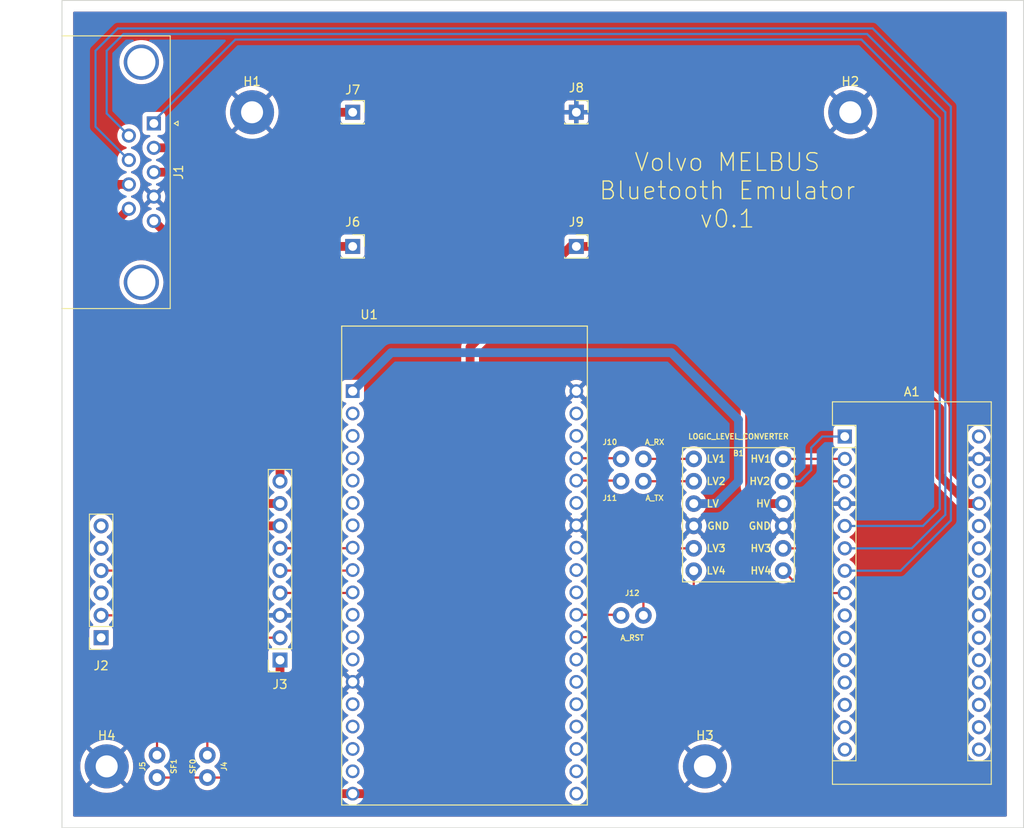
<source format=kicad_pcb>
(kicad_pcb (version 20211014) (generator pcbnew)
  (layers (0 "F.Cu" signal) (31 "B.Cu" signal) (34 "B.Paste" user) (35 "F.Paste" user) (36 "B.SilkS" user "B.Silkscreen") (37 "F.SilkS" user "F.Silkscreen") (38 "B.Mask" user) (39 "F.Mask" user) (44 "Edge.Cuts" user))
  (net 0 "")
  (net 48 "5V")
  (net 50 "Net-(A1-Pad1)")
  (net 53 "MELBUS_BUSY")
  (net 54 "MELBUS_DATA")
  (net 55 "MELBUS_CLK")
  (net 56 "GND")
  (net 57 "Net-(A1-Pad8)")
  (net 58 "Net-(B1-PadLV4)")
  (net 59 "Net-(B1-PadLV3)")
  (net 60 "Net-(B1-PadLV2)")
  (net 61 "3V3")
  (net 62 "Net-(J2-Pad2)")
  (net 63 "Net-(J2-Pad4)")
  (net 64 "Net-(J3-Pad2)")
  (net 65 "Net-(J3-Pad4)")
  (net 66 "Net-(J3-Pad5)")
  (net 67 "Net-(J3-Pad6)")
  (net 68 "AUDIO_L")
  (net 69 "AUDIO_GND")
  (net 70 "AUDIO_R")
  (net 71 "12V")
  (net 72 "Net-(J11-Pad2)")
  (net 73 "Net-(A1-Pad2)")
  (net 74 "Net-(B1-PadLV1)")
  (net 75 "Net-(J10-Pad1)")
  (net 76 "ARDUINO_RESET")
  (net 77 "Net-(J12-Pad1)")
  (net 78 "GND_12V")
  (footprint "MountingHole:MountingHole_2.5mm_Pad" (layer "F.Cu") (at 144.78 132.08)
    (fp_text reference "H3" (at 0 -3.5) (layer "F.SilkS"))
    (fp_text value "mnt_3")
    (pad "1" thru_hole circle (at 0 0) (size 5 5) (drill 2.5) (layers *.Cu *.Mask) (net 56 "GND"))
  )
  (footprint "Connector_PinSocket_2.54mm:PinSocket_1x01_P2.54mm_Vertical" (layer "F.Cu") (at 130.175 73.025)
    (fp_text reference "J9" (at 0 -2.77) (layer "F.SilkS"))
    (fp_text value "5V")
    (fp_line (start -1.33 1.21) (end -1.33 1.33) (layer "F.SilkS") (width 0.12))
    (fp_line (start 0 -1.33) (end 1.33 -1.33) (layer "F.SilkS") (width 0.12))
    (fp_line (start 1.33 -1.33) (end 1.33 0) (layer "F.SilkS") (width 0.12))
    (fp_line (start -1.33 1.33) (end 1.33 1.33) (layer "F.SilkS") (width 0.12))
    (fp_line (start 1.33 1.21) (end 1.33 1.33) (layer "F.SilkS") (width 0.12))
    (pad "1" thru_hole rect locked (at 0 0) (size 1.7 1.7) (drill 1) (layers *.Cu *.Mask) (net 48 "5V"))
  )
  (footprint "Connector_PinSocket_2.54mm:PinSocket_1x01_P2.54mm_Vertical" (layer "F.Cu") (at 104.775 73.025)
    (fp_text reference "J6" (at 0 -2.77) (layer "F.SilkS"))
    (fp_text value "12V")
    (fp_line (start 0 -1.33) (end 1.33 -1.33) (layer "F.SilkS") (width 0.12))
    (fp_line (start 1.33 -1.33) (end 1.33 0) (layer "F.SilkS") (width 0.12))
    (fp_line (start 1.33 1.21) (end 1.33 1.33) (layer "F.SilkS") (width 0.12))
    (fp_line (start -1.33 1.33) (end 1.33 1.33) (layer "F.SilkS") (width 0.12))
    (fp_line (start -1.33 1.21) (end -1.33 1.33) (layer "F.SilkS") (width 0.12))
    (pad "1" thru_hole rect locked (at 0 0) (size 1.7 1.7) (drill 1) (layers *.Cu *.Mask) (net 71 "12V"))
  )
  (footprint "MountingHole:MountingHole_2.5mm_Pad" (layer "F.Cu") (at 93.345 57.785)
    (fp_text reference "H1" (at 0 -3.5) (layer "F.SilkS"))
    (fp_text value "mnt_1")
    (pad "1" thru_hole circle (at 0 0) (size 5 5) (drill 2.5) (layers *.Cu *.Mask) (net 56 "GND"))
  )
  (footprint "Connector_PinSocket_2.54mm:PinSocket_1x01_P2.54mm_Vertical" (layer "F.Cu") (at 104.775 57.785)
    (fp_text reference "J7" (at 0 -2.54) (layer "F.SilkS"))
    (fp_text value "GND")
    (fp_line (start 0 -1.33) (end 1.33 -1.33) (layer "F.SilkS") (width 0.12))
    (fp_line (start 1.33 1.21) (end 1.33 1.33) (layer "F.SilkS") (width 0.12))
    (fp_line (start -1.33 1.33) (end 1.33 1.33) (layer "F.SilkS") (width 0.12))
    (fp_line (start 1.33 -1.33) (end 1.33 0) (layer "F.SilkS") (width 0.12))
    (fp_line (start -1.33 1.21) (end -1.33 1.33) (layer "F.SilkS") (width 0.12))
    (pad "1" thru_hole rect locked (at 0 0) (size 1.7 1.7) (drill 1) (layers *.Cu *.Mask) (net 78 "GND_12V"))
  )
  (footprint "Connectors:1X02_NO_SILK" (layer "F.Cu") (at 135.255 97.155)
    (fp_text reference "J10" (at -1.27 -1.905) (layer "F.SilkS") (effects (font (size 0.6096 0.6096) (thickness 0.127))))
    (fp_text value "A_RX" (at 3.81 -1.905) (layer "F.SilkS") (effects (font (size 0.6096 0.6096) (thickness 0.127))))
    (pad "1" thru_hole circle locked (at 0 0) (size 1.8796 1.8796) (drill 1.016) (layers *.Cu *.Mask) (net 75 "Net-(J10-Pad1)"))
    (pad "2" thru_hole circle locked (at 2.54 0) (size 1.8796 1.8796) (drill 1.016) (layers *.Cu *.Mask) (net 74 "Net-(B1-PadLV1)"))
  )
  (footprint "MountingHole:MountingHole_2.5mm_Pad" (layer "F.Cu") (at 161.29 57.785)
    (fp_text reference "H2" (at 0 -3.5) (layer "F.SilkS"))
    (fp_text value "mnt_2")
    (pad "1" thru_hole circle (at 0 0) (size 5 5) (drill 2.5) (layers *.Cu *.Mask) (net 56 "GND"))
  )
  (footprint "Module:Arduino_Nano" (layer "F.Cu") (at 160.665 94.615)
    (fp_text reference "A1" (at 7.62 -5.08) (layer "F.SilkS"))
    (fp_text value "Arduino_Nano")
    (fp_line (start 16.64 -3.94) (end -1.4 -3.94) (layer "F.SilkS") (width 0.12))
    (fp_line (start 1.27 1.27) (end 1.27 -1.27) (layer "F.SilkS") (width 0.12))
    (fp_line (start 16.64 39.5) (end 16.64 -3.94) (layer "F.SilkS") (width 0.12))
    (fp_line (start 1.27 1.27) (end 1.27 36.83) (layer "F.SilkS") (width 0.12))
    (fp_line (start 1.27 36.83) (end -1.4 36.83) (layer "F.SilkS") (width 0.12))
    (fp_line (start 13.97 -1.27) (end 13.97 36.83) (layer "F.SilkS") (width 0.12))
    (fp_line (start -1.4 39.5) (end 16.64 39.5) (layer "F.SilkS") (width 0.12))
    (fp_line (start 1.27 1.27) (end -1.4 1.27) (layer "F.SilkS") (width 0.12))
    (fp_line (start -1.4 -3.94) (end -1.4 -1.27) (layer "F.SilkS") (width 0.12))
    (fp_line (start 13.97 36.83) (end 16.64 36.83) (layer "F.SilkS") (width 0.12))
    (fp_line (start 13.97 -1.27) (end 16.64 -1.27) (layer "F.SilkS") (width 0.12))
    (fp_line (start -1.4 1.27) (end -1.4 39.5) (layer "F.SilkS") (width 0.12))
    (fp_line (start 1.27 -1.27) (end -1.4 -1.27) (layer "F.SilkS") (width 0.12))
    (pad "1" thru_hole rect locked (at 0 0) (size 1.6 1.6) (drill 1) (layers *.Cu *.Mask) (net 50 "Net-(A1-Pad1)"))
    (pad "2" thru_hole oval locked (at 0 2.54) (size 1.6 1.6) (drill 1) (layers *.Cu *.Mask) (net 73 "Net-(A1-Pad2)"))
    (pad "3" thru_hole oval locked (at 0 5.08) (size 1.6 1.6) (drill 1) (layers *.Cu *.Mask) (net 76 "ARDUINO_RESET"))
    (pad "4" thru_hole oval locked (at 0 7.62) (size 1.6 1.6) (drill 1) (layers *.Cu *.Mask) (net 56 "GND"))
    (pad "5" thru_hole oval locked (at 0 10.16) (size 1.6 1.6) (drill 1) (layers *.Cu *.Mask) (net 55 "MELBUS_CLK"))
    (pad "6" thru_hole oval locked (at 0 12.7) (size 1.6 1.6) (drill 1) (layers *.Cu *.Mask) (net 54 "MELBUS_DATA"))
    (pad "7" thru_hole oval locked (at 0 15.24) (size 1.6 1.6) (drill 1) (layers *.Cu *.Mask) (net 53 "MELBUS_BUSY"))
    (pad "8" thru_hole oval locked (at 0 17.78) (size 1.6 1.6) (drill 1) (layers *.Cu *.Mask) (net 57 "Net-(A1-Pad8)"))
    (pad "9" thru_hole oval locked (at 0 20.32) (size 1.6 1.6) (drill 1) (layers *.Cu *.Mask))
    (pad "10" thru_hole oval locked (at 0 22.86) (size 1.6 1.6) (drill 1) (layers *.Cu *.Mask))
    (pad "11" thru_hole oval locked (at 0 25.4) (size 1.6 1.6) (drill 1) (layers *.Cu *.Mask))
    (pad "12" thru_hole oval locked (at 0 27.94) (size 1.6 1.6) (drill 1) (layers *.Cu *.Mask))
    (pad "13" thru_hole oval locked (at 0 30.48) (size 1.6 1.6) (drill 1) (layers *.Cu *.Mask))
    (pad "14" thru_hole oval locked (at 0 33.02) (size 1.6 1.6) (drill 1) (layers *.Cu *.Mask))
    (pad "15" thru_hole oval locked (at 0 35.56) (size 1.6 1.6) (drill 1) (layers *.Cu *.Mask))
    (pad "16" thru_hole oval locked (at 15.24 35.56) (size 1.6 1.6) (drill 1) (layers *.Cu *.Mask))
    (pad "17" thru_hole oval locked (at 15.24 33.02) (size 1.6 1.6) (drill 1) (layers *.Cu *.Mask))
    (pad "18" thru_hole oval locked (at 15.24 30.48) (size 1.6 1.6) (drill 1) (layers *.Cu *.Mask))
    (pad "19" thru_hole oval locked (at 15.24 27.94) (size 1.6 1.6) (drill 1) (layers *.Cu *.Mask))
    (pad "20" thru_hole oval locked (at 15.24 25.4) (size 1.6 1.6) (drill 1) (layers *.Cu *.Mask))
    (pad "21" thru_hole oval locked (at 15.24 22.86) (size 1.6 1.6) (drill 1) (layers *.Cu *.Mask))
    (pad "22" thru_hole oval locked (at 15.24 20.32) (size 1.6 1.6) (drill 1) (layers *.Cu *.Mask))
    (pad "23" thru_hole oval locked (at 15.24 17.78) (size 1.6 1.6) (drill 1) (layers *.Cu *.Mask))
    (pad "24" thru_hole oval locked (at 15.24 15.24) (size 1.6 1.6) (drill 1) (layers *.Cu *.Mask))
    (pad "25" thru_hole oval locked (at 15.24 12.7) (size 1.6 1.6) (drill 1) (layers *.Cu *.Mask))
    (pad "26" thru_hole oval locked (at 15.24 10.16) (size 1.6 1.6) (drill 1) (layers *.Cu *.Mask))
    (pad "27" thru_hole oval locked (at 15.24 7.62) (size 1.6 1.6) (drill 1) (layers *.Cu *.Mask) (net 48 "5V"))
    (pad "28" thru_hole oval locked (at 15.24 5.08) (size 1.6 1.6) (drill 1) (layers *.Cu *.Mask))
    (pad "29" thru_hole oval locked (at 15.24 2.54) (size 1.6 1.6) (drill 1) (layers *.Cu *.Mask) (net 56 "GND"))
    (pad "30" thru_hole oval locked (at 15.24 0) (size 1.6 1.6) (drill 1) (layers *.Cu *.Mask))
  )
  (footprint "Connectors:1X02_NO_SILK" (layer "F.Cu") (at 88.265 130.81 -90)
    (fp_text reference "J4" (at 1.27 -1.905 -270) (layer "F.SilkS") (effects (font (size 0.6096 0.6096) (thickness 0.127))))
    (fp_text value "SF0" (at 1.27 1.651 -270) (layer "F.SilkS") (effects (font (size 0.6096 0.6096) (thickness 0.127))))
    (pad "1" thru_hole circle locked (at 0 0 270) (size 1.8796 1.8796) (drill 1.016) (layers *.Cu *.Mask) (net 63 "Net-(J2-Pad4)"))
    (pad "2" thru_hole circle locked (at 2.54 0 270) (size 1.8796 1.8796) (drill 1.016) (layers *.Cu *.Mask) (net 64 "Net-(J3-Pad2)"))
  )
  (footprint "Connector_PinSocket_2.54mm:PinSocket_1x09_P2.54mm_Vertical" (layer "F.Cu") (at 96.52 120.005 180)
    (fp_text reference "J3" (at 0 -2.77) (layer "F.SilkS"))
    (fp_text value "DAC_A")
    (fp_line (start 1.33 1.27) (end 1.33 21.65) (layer "F.SilkS") (width 0.12))
    (fp_line (start -1.33 21.65) (end 1.33 21.65) (layer "F.SilkS") (width 0.12))
    (fp_line (start 0 -1.33) (end 1.33 -1.33) (layer "F.SilkS") (width 0.12))
    (fp_line (start -1.33 1.27) (end -1.33 21.65) (layer "F.SilkS") (width 0.12))
    (fp_line (start -1.33 1.27) (end 1.33 1.27) (layer "F.SilkS") (width 0.12))
    (fp_line (start 1.33 -1.33) (end 1.33 0) (layer "F.SilkS") (width 0.12))
    (pad "1" thru_hole rect locked (at 0 0 180) (size 1.7 1.7) (drill 1) (layers *.Cu *.Mask) (net 48 "5V"))
    (pad "2" thru_hole oval locked (at 0 2.54 180) (size 1.7 1.7) (drill 1) (layers *.Cu *.Mask) (net 64 "Net-(J3-Pad2)"))
    (pad "3" thru_hole oval locked (at 0 5.08 180) (size 1.7 1.7) (drill 1) (layers *.Cu *.Mask) (net 56 "GND"))
    (pad "4" thru_hole oval locked (at 0 7.62 180) (size 1.7 1.7) (drill 1) (layers *.Cu *.Mask) (net 65 "Net-(J3-Pad4)"))
    (pad "5" thru_hole oval locked (at 0 10.16 180) (size 1.7 1.7) (drill 1) (layers *.Cu *.Mask) (net 66 "Net-(J3-Pad5)"))
    (pad "6" thru_hole oval locked (at 0 12.7 180) (size 1.7 1.7) (drill 1) (layers *.Cu *.Mask) (net 67 "Net-(J3-Pad6)"))
    (pad "7" thru_hole oval locked (at 0 15.24 180) (size 1.7 1.7) (drill 1) (layers *.Cu *.Mask) (net 68 "AUDIO_L"))
    (pad "8" thru_hole oval locked (at 0 17.78 180) (size 1.7 1.7) (drill 1) (layers *.Cu *.Mask) (net 69 "AUDIO_GND"))
    (pad "9" thru_hole oval locked (at 0 20.32 180) (size 1.7 1.7) (drill 1) (layers *.Cu *.Mask) (net 70 "AUDIO_R"))
  )
  (footprint "MountingHole:MountingHole_2.5mm_Pad" (layer "F.Cu") (at 76.835 132.08)
    (fp_text reference "H4" (at 0 -3.5) (layer "F.SilkS"))
    (fp_text value "mnt_4")
    (pad "1" thru_hole circle (at 0 0) (size 5 5) (drill 2.5) (layers *.Cu *.Mask) (net 56 "GND"))
  )
  (footprint "Boards:SPARKFUN_LOGIC_LEVEL_CONVERTER" (layer "F.Cu") (at 148.59 103.505)
    (fp_text reference "B1" (at 0 -6.985) (layer "F.SilkS") (effects (font (size 0.6096 0.6096) (thickness 0.127))))
    (fp_text value "LOGIC_LEVEL_CONVERTER" (at 0 -8.89) (layer "F.SilkS") (effects (font (size 0.6096 0.6096) (thickness 0.127))))
    (fp_text user "HV4" (at 2.54 6.35) (layer "F.SilkS") (effects (font (size 0.8128 0.8128) (thickness 0.1524))))
    (fp_text user "HV" (at 2.794 -1.27) (layer "F.SilkS") (effects (font (size 0.8128 0.8128) (thickness 0.1524))))
    (fp_text user "GND" (at -2.286 1.27) (layer "F.SilkS") (effects (font (size 0.8128 0.8128) (thickness 0.1524))))
    (fp_text user "LV4" (at -2.54 6.35) (layer "F.SilkS") (effects (font (size 0.8128 0.8128) (thickness 0.1524))))
    (fp_text user "LV1" (at -2.54 -6.35) (layer "F.SilkS") (effects (font (size 0.8128 0.8128) (thickness 0.1524))))
    (fp_text user "GND" (at 2.413 1.27) (layer "F.SilkS") (effects (font (size 0.8128 0.8128) (thickness 0.1524))))
    (fp_text user "HV1" (at 2.54 -6.35) (layer "F.SilkS") (effects (font (size 0.8128 0.8128) (thickness 0.1524))))
    (fp_text user "LV" (at -2.921 -1.27) (layer "F.SilkS") (effects (font (size 0.8128 0.8128) (thickness 0.1524))))
    (fp_text user "LV2" (at -2.54 -3.81) (layer "F.SilkS") (effects (font (size 0.8128 0.8128) (thickness 0.1524))))
    (fp_text user "HV2" (at 2.413 -3.81) (layer "F.SilkS") (effects (font (size 0.8128 0.8128) (thickness 0.1524))))
    (fp_text user "LV3" (at -2.54 3.81) (layer "F.SilkS") (effects (font (size 0.8128 0.8128) (thickness 0.1524))))
    (fp_text user "HV3" (at 2.54 3.81) (layer "F.SilkS") (effects (font (size 0.8128 0.8128) (thickness 0.1524))))
    (fp_line (start 6.35 7.62) (end -6.35 7.62) (layer "F.SilkS") (width 0.127))
    (fp_line (start 6.35 -7.62) (end 6.35 7.62) (layer "F.SilkS") (width 0.127))
    (fp_line (start -6.35 -7.62) (end 6.35 -7.62) (layer "F.SilkS") (width 0.127))
    (fp_line (start -6.35 7.62) (end -6.35 -7.62) (layer "F.SilkS") (width 0.127))
    (pad "GND1" thru_hole circle locked (at -5.08 1.27) (size 1.8796 1.8796) (drill 1.016) (layers *.Cu *.Mask) (net 56 "GND"))
    (pad "GND2" thru_hole circle locked (at 5.08 1.27) (size 1.8796 1.8796) (drill 1.016) (layers *.Cu *.Mask) (net 56 "GND"))
    (pad "HV" thru_hole circle locked (at 5.08 -1.27) (size 1.8796 1.8796) (drill 1.016) (layers *.Cu *.Mask) (net 48 "5V"))
    (pad "HV1" thru_hole circle locked (at 5.08 -6.35) (size 1.8796 1.8796) (drill 1.016) (layers *.Cu *.Mask) (net 73 "Net-(A1-Pad2)"))
    (pad "HV2" thru_hole circle locked (at 5.08 -3.81) (size 1.8796 1.8796) (drill 1.016) (layers *.Cu *.Mask) (net 50 "Net-(A1-Pad1)"))
    (pad "HV3" thru_hole circle locked (at 5.08 3.81) (size 1.8796 1.8796) (drill 1.016) (layers *.Cu *.Mask) (net 76 "ARDUINO_RESET"))
    (pad "HV4" thru_hole circle locked (at 5.08 6.35) (size 1.8796 1.8796) (drill 1.016) (layers *.Cu *.Mask) (net 57 "Net-(A1-Pad8)"))
    (pad "LV" thru_hole circle locked (at -5.08 -1.27) (size 1.8796 1.8796) (drill 1.016) (layers *.Cu *.Mask) (net 61 "3V3"))
    (pad "LV1" thru_hole circle locked (at -5.08 -6.35) (size 1.8796 1.8796) (drill 1.016) (layers *.Cu *.Mask) (net 74 "Net-(B1-PadLV1)"))
    (pad "LV2" thru_hole circle locked (at -5.08 -3.81) (size 1.8796 1.8796) (drill 1.016) (layers *.Cu *.Mask) (net 60 "Net-(B1-PadLV2)"))
    (pad "LV3" thru_hole circle locked (at -5.08 3.81) (size 1.8796 1.8796) (drill 1.016) (layers *.Cu *.Mask) (net 59 "Net-(B1-PadLV3)"))
    (pad "LV4" thru_hole circle locked (at -5.08 6.35) (size 1.8796 1.8796) (drill 1.016) (layers *.Cu *.Mask) (net 58 "Net-(B1-PadLV4)"))
  )
  (footprint "Connector_Dsub:DSUB-9_Male_Horizontal_P2.77x2.84mm_EdgePinOffset7.70mm_Housed_MountingHolesOffset9.12mm" (layer "F.Cu") (at 82.190331 59.055 -90)
    (fp_text reference "J1" (at 5.54 -2.8 -90) (layer "F.SilkS"))
    (fp_text value "DB9_Male")
    (fp_line (start -9.945 -1.86) (end 21.025 -1.86) (layer "F.SilkS") (width 0.12))
    (fp_line (start -9.945 10.48) (end -9.945 -1.86) (layer "F.SilkS") (width 0.12))
    (fp_line (start 0.25 -2.754338) (end 0 -2.321325) (layer "F.SilkS") (width 0.12))
    (fp_line (start 0 -2.321325) (end -0.25 -2.754338) (layer "F.SilkS") (width 0.12))
    (fp_line (start -0.25 -2.754338) (end 0.25 -2.754338) (layer "F.SilkS") (width 0.12))
    (fp_line (start 21.025 -1.86) (end 21.025 10.48) (layer "F.SilkS") (width 0.12))
    (pad "0" thru_hole circle locked (at -6.96 1.42 270) (size 4 4) (drill 3.2) (layers *.Cu *.Mask))
    (pad "0" thru_hole circle locked (at 18.04 1.42 270) (size 4 4) (drill 3.2) (layers *.Cu *.Mask))
    (pad "1" thru_hole rect locked (at 0 0 270) (size 1.6 1.6) (drill 1) (layers *.Cu *.Mask) (net 55 "MELBUS_CLK"))
    (pad "2" thru_hole circle locked (at 2.77 0 270) (size 1.6 1.6) (drill 1) (layers *.Cu *.Mask) (net 78 "GND_12V"))
    (pad "3" thru_hole circle locked (at 5.54 0 270) (size 1.6 1.6) (drill 1) (layers *.Cu *.Mask) (net 71 "12V"))
    (pad "4" thru_hole circle locked (at 8.31 0 270) (size 1.6 1.6) (drill 1) (layers *.Cu *.Mask) (net 56 "GND"))
    (pad "5" thru_hole circle locked (at 11.08 0 270) (size 1.6 1.6) (drill 1) (layers *.Cu *.Mask) (net 70 "AUDIO_R"))
    (pad "6" thru_hole circle locked (at 1.385 2.84 270) (size 1.6 1.6) (drill 1) (layers *.Cu *.Mask) (net 54 "MELBUS_DATA"))
    (pad "7" thru_hole circle locked (at 4.155 2.84 270) (size 1.6 1.6) (drill 1) (layers *.Cu *.Mask) (net 53 "MELBUS_BUSY"))
    (pad "8" thru_hole circle locked (at 6.925 2.84 270) (size 1.6 1.6) (drill 1) (layers *.Cu *.Mask) (net 68 "AUDIO_L"))
    (pad "9" thru_hole circle locked (at 9.695 2.84 270) (size 1.6 1.6) (drill 1) (layers *.Cu *.Mask) (net 69 "AUDIO_GND"))
  )
  (footprint "esp32:MODULE_ESP32-DEVKITC-32D" (layer "F.Cu") (at 117.475 109.22)
    (fp_text reference "U1" (at -10.829175 -28.446045) (layer "F.SilkS") (effects (font (size 1.000386 1.000386))))
    (fp_text value "ESP32-DEVKITC-32D")
    (fp_line (start 13.95 -27.15) (end 13.95 27.25) (layer "F.SilkS") (width 0.127))
    (fp_line (start 13.95 27.25) (end -13.95 27.25) (layer "F.SilkS") (width 0.127))
    (fp_line (start -13.95 -27.15) (end 13.95 -27.15) (layer "F.SilkS") (width 0.127))
    (fp_line (start -13.95 27.25) (end -13.95 -27.15) (layer "F.SilkS") (width 0.127))
    (pad "1" thru_hole rect locked (at -12.7 -19.76) (size 1.56 1.56) (drill 1.04) (layers *.Cu *.Mask) (net 61 "3V3"))
    (pad "2" thru_hole circle locked (at -12.7 -17.22) (size 1.56 1.56) (drill 1.04) (layers *.Cu *.Mask))
    (pad "3" thru_hole circle locked (at -12.7 -14.68) (size 1.56 1.56) (drill 1.04) (layers *.Cu *.Mask))
    (pad "4" thru_hole circle locked (at -12.7 -12.14) (size 1.56 1.56) (drill 1.04) (layers *.Cu *.Mask))
    (pad "5" thru_hole circle locked (at -12.7 -9.6) (size 1.56 1.56) (drill 1.04) (layers *.Cu *.Mask))
    (pad "6" thru_hole circle locked (at -12.7 -7.06) (size 1.56 1.56) (drill 1.04) (layers *.Cu *.Mask))
    (pad "7" thru_hole circle locked (at -12.7 -4.52) (size 1.56 1.56) (drill 1.04) (layers *.Cu *.Mask))
    (pad "8" thru_hole circle locked (at -12.7 -1.98) (size 1.56 1.56) (drill 1.04) (layers *.Cu *.Mask) (net 67 "Net-(J3-Pad6)"))
    (pad "9" thru_hole circle locked (at -12.7 0.56) (size 1.56 1.56) (drill 1.04) (layers *.Cu *.Mask) (net 66 "Net-(J3-Pad5)"))
    (pad "10" thru_hole circle locked (at -12.7 3.1) (size 1.56 1.56) (drill 1.04) (layers *.Cu *.Mask) (net 65 "Net-(J3-Pad4)"))
    (pad "11" thru_hole circle locked (at -12.7 5.64) (size 1.56 1.56) (drill 1.04) (layers *.Cu *.Mask))
    (pad "12" thru_hole circle locked (at -12.7 8.18) (size 1.56 1.56) (drill 1.04) (layers *.Cu *.Mask))
    (pad "13" thru_hole circle locked (at -12.7 10.72) (size 1.56 1.56) (drill 1.04) (layers *.Cu *.Mask))
    (pad "14" thru_hole circle locked (at -12.7 13.26) (size 1.56 1.56) (drill 1.04) (layers *.Cu *.Mask) (net 56 "GND"))
    (pad "15" thru_hole circle locked (at -12.7 15.8) (size 1.56 1.56) (drill 1.04) (layers *.Cu *.Mask))
    (pad "16" thru_hole circle locked (at -12.7 18.34) (size 1.56 1.56) (drill 1.04) (layers *.Cu *.Mask))
    (pad "17" thru_hole circle locked (at -12.7 20.88) (size 1.56 1.56) (drill 1.04) (layers *.Cu *.Mask))
    (pad "18" thru_hole circle locked (at -12.7 23.42) (size 1.56 1.56) (drill 1.04) (layers *.Cu *.Mask))
    (pad "19" thru_hole circle locked (at -12.7 25.96) (size 1.56 1.56) (drill 1.04) (layers *.Cu *.Mask) (net 48 "5V"))
    (pad "20" thru_hole circle locked (at 12.7 -19.76) (size 1.56 1.56) (drill 1.04) (layers *.Cu *.Mask) (net 56 "GND"))
    (pad "21" thru_hole circle locked (at 12.7 -17.22) (size 1.56 1.56) (drill 1.04) (layers *.Cu *.Mask))
    (pad "22" thru_hole circle locked (at 12.7 -14.68) (size 1.56 1.56) (drill 1.04) (layers *.Cu *.Mask))
    (pad "23" thru_hole circle locked (at 12.7 -12.14) (size 1.56 1.56) (drill 1.04) (layers *.Cu *.Mask) (net 75 "Net-(J10-Pad1)"))
    (pad "24" thru_hole circle locked (at 12.7 -9.6) (size 1.56 1.56) (drill 1.04) (layers *.Cu *.Mask) (net 72 "Net-(J11-Pad2)"))
    (pad "25" thru_hole circle locked (at 12.7 -7.06) (size 1.56 1.56) (drill 1.04) (layers *.Cu *.Mask))
    (pad "26" thru_hole circle locked (at 12.7 -4.52) (size 1.56 1.56) (drill 1.04) (layers *.Cu *.Mask) (net 56 "GND"))
    (pad "27" thru_hole circle locked (at 12.7 -1.98) (size 1.56 1.56) (drill 1.04) (layers *.Cu *.Mask))
    (pad "28" thru_hole circle locked (at 12.7 0.56) (size 1.56 1.56) (drill 1.04) (layers *.Cu *.Mask))
    (pad "29" thru_hole circle locked (at 12.7 3.1) (size 1.56 1.56) (drill 1.04) (layers *.Cu *.Mask))
    (pad "30" thru_hole circle locked (at 12.7 5.64) (size 1.56 1.56) (drill 1.04) (layers *.Cu *.Mask) (net 77 "Net-(J12-Pad1)"))
    (pad "31" thru_hole circle locked (at 12.7 8.18) (size 1.56 1.56) (drill 1.04) (layers *.Cu *.Mask) (net 58 "Net-(B1-PadLV4)"))
    (pad "32" thru_hole circle locked (at 12.7 10.72) (size 1.56 1.56) (drill 1.04) (layers *.Cu *.Mask))
    (pad "33" thru_hole circle locked (at 12.7 13.26) (size 1.56 1.56) (drill 1.04) (layers *.Cu *.Mask))
    (pad "34" thru_hole circle locked (at 12.7 15.8) (size 1.56 1.56) (drill 1.04) (layers *.Cu *.Mask))
    (pad "35" thru_hole circle locked (at 12.7 18.34) (size 1.56 1.56) (drill 1.04) (layers *.Cu *.Mask))
    (pad "36" thru_hole circle locked (at 12.7 20.88) (size 1.56 1.56) (drill 1.04) (layers *.Cu *.Mask))
    (pad "37" thru_hole circle locked (at 12.7 23.42) (size 1.56 1.56) (drill 1.04) (layers *.Cu *.Mask))
    (pad "38" thru_hole circle locked (at 12.7 25.96) (size 1.56 1.56) (drill 1.04) (layers *.Cu *.Mask))
  )
  (footprint "Connectors:1X02_NO_SILK" (layer "F.Cu") (at 82.55 133.35 90)
    (fp_text reference "J5" (at 1.27 -1.651 90) (layer "F.SilkS") (effects (font (size 0.6096 0.6096) (thickness 0.127))))
    (fp_text value "SF1" (at 1.27 1.905 90) (layer "F.SilkS") (effects (font (size 0.6096 0.6096) (thickness 0.127))))
    (pad "1" thru_hole circle locked (at 0 0 90) (size 1.8796 1.8796) (drill 1.016) (layers *.Cu *.Mask) (net 64 "Net-(J3-Pad2)"))
    (pad "2" thru_hole circle locked (at 2.54 0 90) (size 1.8796 1.8796) (drill 1.016) (layers *.Cu *.Mask) (net 62 "Net-(J2-Pad2)"))
  )
  (footprint "Connectors:1X02_NO_SILK" (layer "F.Cu") (at 137.795 99.695 180)
    (fp_text reference "J11" (at 3.81 -1.905) (layer "F.SilkS") (effects (font (size 0.6096 0.6096) (thickness 0.127))))
    (fp_text value "A_TX" (at -1.27 -1.905) (layer "F.SilkS") (effects (font (size 0.6096 0.6096) (thickness 0.127))))
    (pad "1" thru_hole circle locked (at 0 0 180) (size 1.8796 1.8796) (drill 1.016) (layers *.Cu *.Mask) (net 60 "Net-(B1-PadLV2)"))
    (pad "2" thru_hole circle locked (at 2.54 0 180) (size 1.8796 1.8796) (drill 1.016) (layers *.Cu *.Mask) (net 72 "Net-(J11-Pad2)"))
  )
  (footprint "Connector_PinSocket_2.54mm:PinSocket_1x01_P2.54mm_Vertical" (layer "F.Cu") (at 130.175 57.785)
    (fp_text reference "J8" (at 0 -2.77) (layer "F.SilkS"))
    (fp_text value "GND")
    (fp_line (start -1.33 1.21) (end -1.33 1.33) (layer "F.SilkS") (width 0.12))
    (fp_line (start -1.33 1.33) (end 1.33 1.33) (layer "F.SilkS") (width 0.12))
    (fp_line (start 1.33 1.21) (end 1.33 1.33) (layer "F.SilkS") (width 0.12))
    (fp_line (start 1.33 -1.33) (end 1.33 0) (layer "F.SilkS") (width 0.12))
    (fp_line (start 0 -1.33) (end 1.33 -1.33) (layer "F.SilkS") (width 0.12))
    (pad "1" thru_hole rect locked (at 0 0) (size 1.7 1.7) (drill 1) (layers *.Cu *.Mask) (net 56 "GND"))
  )
  (footprint "Connectors:1X02_NO_SILK" (layer "F.Cu") (at 135.255 114.935)
    (fp_text reference "J12" (at 1.27 -2.54) (layer "F.SilkS") (effects (font (size 0.6096 0.6096) (thickness 0.127))))
    (fp_text value "A_RST" (at 1.27 2.54) (layer "F.SilkS") (effects (font (size 0.6096 0.6096) (thickness 0.127))))
    (pad "1" thru_hole circle locked (at 0 0) (size 1.8796 1.8796) (drill 1.016) (layers *.Cu *.Mask) (net 77 "Net-(J12-Pad1)"))
    (pad "2" thru_hole circle locked (at 2.54 0) (size 1.8796 1.8796) (drill 1.016) (layers *.Cu *.Mask) (net 59 "Net-(B1-PadLV3)"))
  )
  (footprint "Connector_PinSocket_2.54mm:PinSocket_1x06_P2.54mm_Vertical" (layer "F.Cu") (at 76.2 117.465 180)
    (fp_text reference "J2" (at 0 -3.185) (layer "F.SilkS"))
    (fp_text value "DAC_B")
    (fp_line (start 0 -1.33) (end 1.33 -1.33) (layer "F.SilkS") (width 0.12))
    (fp_line (start -1.33 1.27) (end -1.33 14.03) (layer "F.SilkS") (width 0.12))
    (fp_line (start -1.33 14.03) (end 1.33 14.03) (layer "F.SilkS") (width 0.12))
    (fp_line (start 1.33 1.27) (end 1.33 14.03) (layer "F.SilkS") (width 0.12))
    (fp_line (start 1.33 -1.33) (end 1.33 0) (layer "F.SilkS") (width 0.12))
    (fp_line (start -1.33 1.27) (end 1.33 1.27) (layer "F.SilkS") (width 0.12))
    (pad "1" thru_hole rect locked (at 0 0 180) (size 1.7 1.7) (drill 1) (layers *.Cu *.Mask))
    (pad "2" thru_hole oval locked (at 0 2.54 180) (size 1.7 1.7) (drill 1) (layers *.Cu *.Mask) (net 62 "Net-(J2-Pad2)"))
    (pad "3" thru_hole oval locked (at 0 5.08 180) (size 1.7 1.7) (drill 1) (layers *.Cu *.Mask))
    (pad "4" thru_hole oval locked (at 0 7.62 180) (size 1.7 1.7) (drill 1) (layers *.Cu *.Mask) (net 63 "Net-(J2-Pad4)"))
    (pad "5" thru_hole oval locked (at 0 10.16 180) (size 1.7 1.7) (drill 1) (layers *.Cu *.Mask))
    (pad "6" thru_hole oval locked (at 0 12.7 180) (size 1.7 1.7) (drill 1) (layers *.Cu *.Mask))
  )
  (gr_rect locked (start 71.755 45.085) (end 180.975 139.065) (layer "Edge.Cuts") (width 0.1) (fill none))
  (gr_text "Volvo MELBUS\nBluetooth Emulator\nv0.1" (at 147.32 66.675) (layer "F.SilkS") (effects (font (size 2 2))))
  (segment locked (start 130.175 73.025) (end 149.86 73.025) (width 1) (layer "F.Cu") (net 48))
  (segment locked (start 118.11 125.73) (end 118.11 84.455) (width 1) (layer "F.Cu") (net 48))
  (segment locked (start 171.45 91.44) (end 171.45 99.06) (width 1) (layer "F.Cu") (net 48))
  (segment locked (start 118.11 84.455) (end 129.54 73.025) (width 1) (layer "F.Cu") (net 48))
  (segment locked (start 108.66 135.18) (end 118.11 125.73) (width 1) (layer "F.Cu") (net 48))
  (segment locked (start 96.52 132.715) (end 96.52 120.005) (width 1) (layer "F.Cu") (net 48))
  (segment locked (start 104.775 135.18) (end 98.985 135.18) (width 1) (layer "F.Cu") (net 48))
  (segment locked (start 104.775 135.18) (end 108.66 135.18) (width 1) (layer "F.Cu") (net 48))
  (segment locked (start 153.035 73.025) (end 171.45 91.44) (width 1) (layer "F.Cu") (net 48))
  (segment locked (start 151.765 102.235) (end 149.86 100.33) (width 1) (layer "F.Cu") (net 48))
  (segment locked (start 174.625 102.235) (end 175.905 102.235) (width 1) (layer "F.Cu") (net 48))
  (segment locked (start 171.45 99.06) (end 174.625 102.235) (width 1) (layer "F.Cu") (net 48))
  (segment locked (start 153.67 102.235) (end 151.765 102.235) (width 1) (layer "F.Cu") (net 48))
  (segment locked (start 98.985 135.18) (end 96.52 132.715) (width 1) (layer "F.Cu") (net 48))
  (segment locked (start 129.54 73.025) (end 130.175 73.025) (width 1) (layer "F.Cu") (net 48))
  (segment locked (start 149.86 100.33) (end 149.86 73.025) (width 1) (layer "F.Cu") (net 48))
  (segment locked (start 149.86 73.025) (end 153.035 73.025) (width 1) (layer "F.Cu") (net 48))
  (segment locked (start 156.845 98.425) (end 156.845 95.885) (width 0.25) (layer "B.Cu") (net 50))
  (segment locked (start 155.575 99.695) (end 156.845 98.425) (width 0.25) (layer "B.Cu") (net 50))
  (segment locked (start 158.115 94.615) (end 160.665 94.615) (width 0.25) (layer "B.Cu") (net 50))
  (segment locked (start 156.845 95.885) (end 158.115 94.615) (width 0.25) (layer "B.Cu") (net 50))
  (segment locked (start 153.67 99.695) (end 155.575 99.695) (width 0.25) (layer "B.Cu") (net 50))
  (segment locked (start 78.105 48.26) (end 75.565 50.8) (width 0.25) (layer "B.Cu") (net 53))
  (segment locked (start 172.72 57.15) (end 163.83 48.26) (width 0.25) (layer "B.Cu") (net 53))
  (segment locked (start 172.72 104.14) (end 172.72 57.15) (width 0.25) (layer "B.Cu") (net 53))
  (segment locked (start 167.005 109.855) (end 172.72 104.14) (width 0.25) (layer "B.Cu") (net 53))
  (segment locked (start 75.565 50.8) (end 75.565 59.424669) (width 0.25) (layer "B.Cu") (net 53))
  (segment locked (start 160.665 109.855) (end 167.005 109.855) (width 0.25) (layer "B.Cu") (net 53))
  (segment locked (start 75.565 59.424669) (end 79.350331 63.21) (width 0.25) (layer "B.Cu") (net 53))
  (segment locked (start 163.83 48.26) (end 78.105 48.26) (width 0.25) (layer "B.Cu") (net 53))
  (segment locked (start 78.74 48.895) (end 76.835 50.8) (width 0.25) (layer "B.Cu") (net 54))
  (segment locked (start 168.275 107.315) (end 172.085 103.505) (width 0.25) (layer "B.Cu") (net 54))
  (segment locked (start 163.195 48.895) (end 78.74 48.895) (width 0.25) (layer "B.Cu") (net 54))
  (segment locked (start 76.835 57.924669) (end 79.350331 60.44) (width 0.25) (layer "B.Cu") (net 54))
  (segment locked (start 172.085 103.505) (end 172.085 57.785) (width 0.25) (layer "B.Cu") (net 54))
  (segment locked (start 160.665 107.315) (end 168.275 107.315) (width 0.25) (layer "B.Cu") (net 54))
  (segment locked (start 172.085 57.785) (end 163.195 48.895) (width 0.25) (layer "B.Cu") (net 54))
  (segment locked (start 76.835 50.8) (end 76.835 57.924669) (width 0.25) (layer "B.Cu") (net 54))
  (segment locked (start 160.665 104.775) (end 169.545 104.775) (width 0.25) (layer "B.Cu") (net 55))
  (segment locked (start 91.44 49.53) (end 82.190331 58.779669) (width 0.25) (layer "B.Cu") (net 55))
  (segment locked (start 162.56 49.53) (end 91.44 49.53) (width 0.25) (layer "B.Cu") (net 55))
  (segment locked (start 171.45 58.42) (end 162.56 49.53) (width 0.25) (layer "B.Cu") (net 55))
  (segment locked (start 82.190331 58.779669) (end 82.190331 59.055) (width 0.25) (layer "B.Cu") (net 55))
  (segment locked (start 171.45 102.87) (end 171.45 58.42) (width 0.25) (layer "B.Cu") (net 55))
  (segment locked (start 169.545 104.775) (end 171.45 102.87) (width 0.25) (layer "B.Cu") (net 55))
  (segment locked (start 143.435 104.7) (end 143.51 104.775) (width 1) (layer "B.Cu") (net 56))
  (segment locked (start 153.67 109.855) (end 156.21 112.395) (width 0.25) (layer "F.Cu") (net 57))
  (segment locked (start 156.21 112.395) (end 160.665 112.395) (width 0.25) (layer "F.Cu") (net 57))
  (segment locked (start 139.775 117.4) (end 143.51 113.665) (width 0.25) (layer "F.Cu") (net 58))
  (segment locked (start 143.51 113.665) (end 143.51 109.855) (width 0.25) (layer "F.Cu") (net 58))
  (segment locked (start 130.175 117.4) (end 139.775 117.4) (width 0.25) (layer "F.Cu") (net 58))
  (segment locked (start 143.51 110.49) (end 143.51 109.855) (width 1) (layer "B.Cu") (net 58))
  (segment locked (start 137.795 109.22) (end 139.7 107.315) (width 0.25) (layer "F.Cu") (net 59))
  (segment locked (start 137.795 114.935) (end 137.795 109.22) (width 0.25) (layer "F.Cu") (net 59))
  (segment locked (start 139.7 107.315) (end 143.51 107.315) (width 0.25) (layer "F.Cu") (net 59))
  (segment locked (start 143.51 99.695) (end 137.795 99.695) (width 0.25) (layer "F.Cu") (net 60))
  (segment (start 148.59 99.695) (end 146.05 102.235) (width 1) (layer "B.Cu") (net 61))
  (segment locked (start 109.145 85.09) (end 104.775 89.46) (width 1) (layer "B.Cu") (net 61))
  (segment (start 140.97 85.09) (end 148.59 92.71) (width 1) (layer "B.Cu") (net 61))
  (segment locked (start 135.255 85.09) (end 109.145 85.09) (width 1) (layer "B.Cu") (net 61))
  (segment (start 148.59 92.71) (end 148.59 99.695) (width 1) (layer "B.Cu") (net 61))
  (segment (start 146.05 102.235) (end 143.51 102.235) (width 1) (layer "B.Cu") (net 61))
  (segment (start 135.255 85.09) (end 140.97 85.09) (width 1) (layer "B.Cu") (net 61))
  (segment (start 80 114.925) (end 76.2 114.925) (width 0.25) (layer "F.Cu") (net 62))
  (segment (start 82.55 130.81) (end 82.55 117.475) (width 0.25) (layer "F.Cu") (net 62))
  (segment (start 82.55 117.475) (end 80 114.925) (width 0.25) (layer "F.Cu") (net 62))
  (segment (start 88.265 130.81) (end 88.265 116.84) (width 0.25) (layer "F.Cu") (net 63))
  (segment (start 81.27 109.845) (end 76.2 109.845) (width 0.25) (layer "F.Cu") (net 63))
  (segment (start 88.265 116.84) (end 81.27 109.845) (width 0.25) (layer "F.Cu") (net 63))
  (segment (start 96.52 117.465) (end 94.625 117.465) (width 0.25) (layer "F.Cu") (net 64))
  (segment (start 94.625 117.465) (end 92.075 120.015) (width 0.25) (layer "F.Cu") (net 64))
  (segment (start 82.55 133.35) (end 88.265 133.35) (width 0.25) (layer "F.Cu") (net 64))
  (segment (start 92.075 120.015) (end 92.075 131.445) (width 0.25) (layer "F.Cu") (net 64))
  (segment (start 90.17 133.35) (end 88.265 133.35) (width 0.25) (layer "F.Cu") (net 64))
  (segment (start 92.075 131.445) (end 90.17 133.35) (width 0.25) (layer "F.Cu") (net 64))
  (segment (start 104.71 112.385) (end 104.775 112.32) (width 0.25) (layer "F.Cu") (net 65))
  (segment (start 96.52 112.385) (end 104.71 112.385) (width 0.25) (layer "F.Cu") (net 65))
  (segment locked (start 104.71 112.385) (end 104.775 112.32) (width 1) (layer "B.Cu") (net 65))
  (segment (start 104.71 109.845) (end 104.775 109.78) (width 0.25) (layer "F.Cu") (net 66))
  (segment (start 96.52 109.845) (end 104.71 109.845) (width 0.25) (layer "F.Cu") (net 66))
  (segment locked (start 104.71 109.845) (end 104.775 109.78) (width 1) (layer "B.Cu") (net 66))
  (segment (start 96.52 107.305) (end 104.71 107.305) (width 0.25) (layer "F.Cu") (net 67))
  (segment (start 104.71 107.305) (end 104.775 107.24) (width 0.25) (layer "F.Cu") (net 67))
  (segment locked (start 104.71 107.305) (end 104.775 107.24) (width 1) (layer "B.Cu") (net 67))
  (segment (start 89.525 104.765) (end 74.295 89.535) (width 1) (layer "F.Cu") (net 68))
  (segment (start 74.295 69.85) (end 78.165 65.98) (width 1) (layer "F.Cu") (net 68))
  (segment (start 96.52 104.765) (end 89.525 104.765) (width 1) (layer "F.Cu") (net 68))
  (segment (start 78.165 65.98) (end 79.350331 65.98) (width 1) (layer "F.Cu") (net 68))
  (segment (start 74.295 89.535) (end 74.295 69.85) (width 1) (layer "F.Cu") (net 68))
  (segment (start 76.2 88.265) (end 76.2 71.900331) (width 1) (layer "F.Cu") (net 69))
  (segment (start 96.52 102.225) (end 90.16 102.225) (width 1) (layer "F.Cu") (net 69))
  (segment (start 90.16 102.225) (end 76.2 88.265) (width 1) (layer "F.Cu") (net 69))
  (segment (start 76.2 71.900331) (end 79.350331 68.75) (width 1) (layer "F.Cu") (net 69))
  (segment (start 96.52 84.464669) (end 82.190331 70.135) (width 1) (layer "F.Cu") (net 70))
  (segment (start 96.52 99.685) (end 96.52 84.464669) (width 1) (layer "F.Cu") (net 70))
  (segment locked (start 104.775 73.025) (end 97.155 73.025) (width 1) (layer "F.Cu") (net 71))
  (segment locked (start 88.725 64.595) (end 82.190331 64.595) (width 1) (layer "F.Cu") (net 71))
  (segment locked (start 97.155 73.025) (end 88.725 64.595) (width 1) (layer "F.Cu") (net 71))
  (segment locked (start 135.18 99.62) (end 135.255 99.695) (width 0.25) (layer "F.Cu") (net 72))
  (segment locked (start 130.175 99.62) (end 135.18 99.62) (width 0.25) (layer "F.Cu") (net 72))
  (segment locked (start 135.18 99.62) (end 135.255 99.695) (width 1) (layer "B.Cu") (net 72))
  (segment locked (start 153.67 97.155) (end 160.665 97.155) (width 0.25) (layer "F.Cu") (net 73))
  (segment locked (start 137.795 97.155) (end 143.51 97.155) (width 0.25) (layer "F.Cu") (net 74))
  (segment locked (start 130.175 97.08) (end 135.18 97.08) (width 0.25) (layer "F.Cu") (net 75))
  (segment locked (start 135.18 97.08) (end 135.255 97.155) (width 0.25) (layer "F.Cu") (net 75))
  (segment locked (start 153.67 107.315) (end 156.21 107.315) (width 0.25) (layer "F.Cu") (net 76))
  (segment locked (start 157.48 106.045) (end 157.48 101.6) (width 0.25) (layer "F.Cu") (net 76))
  (segment locked (start 159.385 99.695) (end 160.665 99.695) (width 0.25) (layer "F.Cu") (net 76))
  (segment locked (start 156.21 107.315) (end 157.48 106.045) (width 0.25) (layer "F.Cu") (net 76))
  (segment locked (start 157.48 101.6) (end 159.385 99.695) (width 0.25) (layer "F.Cu") (net 76))
  (segment locked (start 130.175 114.86) (end 135.18 114.86) (width 0.25) (layer "F.Cu") (net 77))
  (segment locked (start 135.18 114.86) (end 135.255 114.935) (width 0.25) (layer "F.Cu") (net 77))
  (segment locked (start 135.18 114.86) (end 135.255 114.935) (width 1) (layer "B.Cu") (net 77))
  (segment (start 95.655 61.825) (end 99.695 57.785) (width 1) (layer "F.Cu") (net 78))
  (segment (start 99.695 57.785) (end 104.775 57.785) (width 1) (layer "F.Cu") (net 78))
  (segment (start 82.190331 61.825) (end 95.655 61.825) (width 1) (layer "F.Cu") (net 78))
  (zone locked (net 56) (net_name "GND") (layer "F.Cu") (connect_pads (clearance 0.508)) (min_thickness 0.254) (fill yes (thermal_gap 0.508) (thermal_bridge_width 0.508))
    (polygon (pts (xy 179.07 137.795) (xy 73.025 137.795) (xy 73.025 46.355) (xy 179.07 46.355)))
  )
  (zone locked (net 56) (net_name "GND") (layer "B.Cu") (connect_pads (clearance 0.508)) (min_thickness 0.254) (fill yes (thermal_gap 0.508) (thermal_bridge_width 0.508))
    (polygon (pts (xy 179.07 137.795) (xy 73.025 137.795) (xy 73.025 46.355) (xy 179.07 46.355)))
  )
)
</source>
